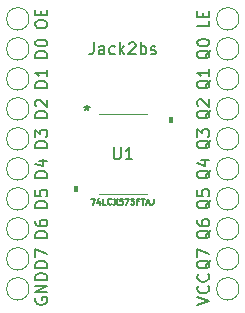
<source format=gbr>
%TF.GenerationSoftware,KiCad,Pcbnew,(5.1.10)-1*%
%TF.CreationDate,2022-01-04T20:30:03-05:00*%
%TF.ProjectId,LatchTest,4c617463-6854-4657-9374-2e6b69636164,rev?*%
%TF.SameCoordinates,Original*%
%TF.FileFunction,Legend,Top*%
%TF.FilePolarity,Positive*%
%FSLAX46Y46*%
G04 Gerber Fmt 4.6, Leading zero omitted, Abs format (unit mm)*
G04 Created by KiCad (PCBNEW (5.1.10)-1) date 2022-01-04 20:30:03*
%MOMM*%
%LPD*%
G01*
G04 APERTURE LIST*
%ADD10C,0.150000*%
%ADD11C,0.120000*%
%ADD12C,0.100000*%
%ADD13C,0.127000*%
G04 APERTURE END LIST*
D10*
X94043809Y-65492380D02*
X94043809Y-66206666D01*
X93996190Y-66349523D01*
X93900952Y-66444761D01*
X93758095Y-66492380D01*
X93662857Y-66492380D01*
X94948571Y-66492380D02*
X94948571Y-65968571D01*
X94900952Y-65873333D01*
X94805714Y-65825714D01*
X94615238Y-65825714D01*
X94520000Y-65873333D01*
X94948571Y-66444761D02*
X94853333Y-66492380D01*
X94615238Y-66492380D01*
X94520000Y-66444761D01*
X94472380Y-66349523D01*
X94472380Y-66254285D01*
X94520000Y-66159047D01*
X94615238Y-66111428D01*
X94853333Y-66111428D01*
X94948571Y-66063809D01*
X95853333Y-66444761D02*
X95758095Y-66492380D01*
X95567619Y-66492380D01*
X95472380Y-66444761D01*
X95424761Y-66397142D01*
X95377142Y-66301904D01*
X95377142Y-66016190D01*
X95424761Y-65920952D01*
X95472380Y-65873333D01*
X95567619Y-65825714D01*
X95758095Y-65825714D01*
X95853333Y-65873333D01*
X96281904Y-66492380D02*
X96281904Y-65492380D01*
X96377142Y-66111428D02*
X96662857Y-66492380D01*
X96662857Y-65825714D02*
X96281904Y-66206666D01*
X97043809Y-65587619D02*
X97091428Y-65540000D01*
X97186666Y-65492380D01*
X97424761Y-65492380D01*
X97520000Y-65540000D01*
X97567619Y-65587619D01*
X97615238Y-65682857D01*
X97615238Y-65778095D01*
X97567619Y-65920952D01*
X96996190Y-66492380D01*
X97615238Y-66492380D01*
X98043809Y-66492380D02*
X98043809Y-65492380D01*
X98043809Y-65873333D02*
X98139047Y-65825714D01*
X98329523Y-65825714D01*
X98424761Y-65873333D01*
X98472380Y-65920952D01*
X98520000Y-66016190D01*
X98520000Y-66301904D01*
X98472380Y-66397142D01*
X98424761Y-66444761D01*
X98329523Y-66492380D01*
X98139047Y-66492380D01*
X98043809Y-66444761D01*
X98900952Y-66444761D02*
X98996190Y-66492380D01*
X99186666Y-66492380D01*
X99281904Y-66444761D01*
X99329523Y-66349523D01*
X99329523Y-66301904D01*
X99281904Y-66206666D01*
X99186666Y-66159047D01*
X99043809Y-66159047D01*
X98948571Y-66111428D01*
X98900952Y-66016190D01*
X98900952Y-65968571D01*
X98948571Y-65873333D01*
X99043809Y-65825714D01*
X99186666Y-65825714D01*
X99281904Y-65873333D01*
D11*
%TO.C,D1*%
X88580000Y-68580000D02*
G75*
G03*
X88580000Y-68580000I-950000J0D01*
G01*
D12*
%TO.C,U1*%
G36*
X100679999Y-71814502D02*
G01*
X100679999Y-72195502D01*
X100425999Y-72195502D01*
X100425999Y-71814502D01*
X100679999Y-71814502D01*
G37*
X100679999Y-71814502D02*
X100679999Y-72195502D01*
X100425999Y-72195502D01*
X100425999Y-71814502D01*
X100679999Y-71814502D01*
G36*
X92360001Y-77664498D02*
G01*
X92360001Y-78045498D01*
X92614001Y-78045498D01*
X92614001Y-77664498D01*
X92360001Y-77664498D01*
G37*
X92360001Y-77664498D02*
X92360001Y-78045498D01*
X92614001Y-78045498D01*
X92614001Y-77664498D01*
X92360001Y-77664498D01*
D11*
X98530956Y-71551800D02*
X94509048Y-71551800D01*
X94509044Y-78308200D02*
X98530952Y-78308200D01*
%TO.C,LE*%
X106360000Y-63500000D02*
G75*
G03*
X106360000Y-63500000I-950000J0D01*
G01*
%TO.C,GND*%
X88580000Y-86360000D02*
G75*
G03*
X88580000Y-86360000I-950000J0D01*
G01*
%TO.C,OE*%
X88580000Y-63500000D02*
G75*
G03*
X88580000Y-63500000I-950000J0D01*
G01*
%TO.C,VCC*%
X106360000Y-86360000D02*
G75*
G03*
X106360000Y-86360000I-950000J0D01*
G01*
%TO.C,Q7*%
X106360000Y-83820000D02*
G75*
G03*
X106360000Y-83820000I-950000J0D01*
G01*
%TO.C,Q6*%
X106360000Y-81280000D02*
G75*
G03*
X106360000Y-81280000I-950000J0D01*
G01*
%TO.C,Q5*%
X106360000Y-78740000D02*
G75*
G03*
X106360000Y-78740000I-950000J0D01*
G01*
%TO.C,Q4*%
X106360000Y-76200000D02*
G75*
G03*
X106360000Y-76200000I-950000J0D01*
G01*
%TO.C,Q3*%
X106360000Y-73660000D02*
G75*
G03*
X106360000Y-73660000I-950000J0D01*
G01*
%TO.C,Q2*%
X106360000Y-71120000D02*
G75*
G03*
X106360000Y-71120000I-950000J0D01*
G01*
%TO.C,Q1*%
X106360000Y-68580000D02*
G75*
G03*
X106360000Y-68580000I-950000J0D01*
G01*
%TO.C,Q0*%
X106360000Y-66040000D02*
G75*
G03*
X106360000Y-66040000I-950000J0D01*
G01*
%TO.C,D7*%
X88580000Y-83820000D02*
G75*
G03*
X88580000Y-83820000I-950000J0D01*
G01*
%TO.C,D6*%
X88580000Y-81280000D02*
G75*
G03*
X88580000Y-81280000I-950000J0D01*
G01*
%TO.C,D5*%
X88580000Y-78740000D02*
G75*
G03*
X88580000Y-78740000I-950000J0D01*
G01*
%TO.C,D4*%
X88580000Y-76200000D02*
G75*
G03*
X88580000Y-76200000I-950000J0D01*
G01*
%TO.C,D3*%
X88580000Y-73660000D02*
G75*
G03*
X88580000Y-73660000I-950000J0D01*
G01*
%TO.C,D2*%
X88580000Y-71120000D02*
G75*
G03*
X88580000Y-71120000I-950000J0D01*
G01*
%TO.C,D0*%
X88580000Y-66040000D02*
G75*
G03*
X88580000Y-66040000I-950000J0D01*
G01*
%TO.C,D1*%
D10*
X90114380Y-69318095D02*
X89114380Y-69318095D01*
X89114380Y-69080000D01*
X89162000Y-68937142D01*
X89257238Y-68841904D01*
X89352476Y-68794285D01*
X89542952Y-68746666D01*
X89685809Y-68746666D01*
X89876285Y-68794285D01*
X89971523Y-68841904D01*
X90066761Y-68937142D01*
X90114380Y-69080000D01*
X90114380Y-69318095D01*
X90114380Y-67794285D02*
X90114380Y-68365714D01*
X90114380Y-68080000D02*
X89114380Y-68080000D01*
X89257238Y-68175238D01*
X89352476Y-68270476D01*
X89400095Y-68365714D01*
%TO.C,U1*%
X95758095Y-74382380D02*
X95758095Y-75191904D01*
X95805714Y-75287142D01*
X95853333Y-75334761D01*
X95948571Y-75382380D01*
X96139047Y-75382380D01*
X96234285Y-75334761D01*
X96281904Y-75287142D01*
X96329523Y-75191904D01*
X96329523Y-74382380D01*
X97329523Y-75382380D02*
X96758095Y-75382380D01*
X97043809Y-75382380D02*
X97043809Y-74382380D01*
X96948571Y-74525238D01*
X96853333Y-74620476D01*
X96758095Y-74668095D01*
D13*
X93859047Y-78715809D02*
X94197714Y-78715809D01*
X93980000Y-79223809D01*
X94608952Y-78885142D02*
X94608952Y-79223809D01*
X94488000Y-78691619D02*
X94367047Y-79054476D01*
X94681523Y-79054476D01*
X95116952Y-79223809D02*
X94875047Y-79223809D01*
X94875047Y-78715809D01*
X95576571Y-79175428D02*
X95552380Y-79199619D01*
X95479809Y-79223809D01*
X95431428Y-79223809D01*
X95358857Y-79199619D01*
X95310476Y-79151238D01*
X95286285Y-79102857D01*
X95262095Y-79006095D01*
X95262095Y-78933523D01*
X95286285Y-78836761D01*
X95310476Y-78788380D01*
X95358857Y-78740000D01*
X95431428Y-78715809D01*
X95479809Y-78715809D01*
X95552380Y-78740000D01*
X95576571Y-78764190D01*
X95745904Y-78715809D02*
X96084571Y-79223809D01*
X96084571Y-78715809D02*
X95745904Y-79223809D01*
X96520000Y-78715809D02*
X96278095Y-78715809D01*
X96253904Y-78957714D01*
X96278095Y-78933523D01*
X96326476Y-78909333D01*
X96447428Y-78909333D01*
X96495809Y-78933523D01*
X96520000Y-78957714D01*
X96544190Y-79006095D01*
X96544190Y-79127047D01*
X96520000Y-79175428D01*
X96495809Y-79199619D01*
X96447428Y-79223809D01*
X96326476Y-79223809D01*
X96278095Y-79199619D01*
X96253904Y-79175428D01*
X96713523Y-78715809D02*
X97052190Y-78715809D01*
X96834476Y-79223809D01*
X97197333Y-78715809D02*
X97511809Y-78715809D01*
X97342476Y-78909333D01*
X97415047Y-78909333D01*
X97463428Y-78933523D01*
X97487619Y-78957714D01*
X97511809Y-79006095D01*
X97511809Y-79127047D01*
X97487619Y-79175428D01*
X97463428Y-79199619D01*
X97415047Y-79223809D01*
X97269904Y-79223809D01*
X97221523Y-79199619D01*
X97197333Y-79175428D01*
X97898857Y-78957714D02*
X97729523Y-78957714D01*
X97729523Y-79223809D02*
X97729523Y-78715809D01*
X97971428Y-78715809D01*
X98092380Y-78715809D02*
X98382666Y-78715809D01*
X98237523Y-79223809D02*
X98237523Y-78715809D01*
X98527809Y-79078666D02*
X98769714Y-79078666D01*
X98479428Y-79223809D02*
X98648761Y-78715809D01*
X98818095Y-79223809D01*
X99132571Y-78715809D02*
X99132571Y-79078666D01*
X99108380Y-79151238D01*
X99060000Y-79199619D01*
X98987428Y-79223809D01*
X98939047Y-79223809D01*
D10*
X93472000Y-70826380D02*
X93472000Y-71064476D01*
X93233904Y-70969238D02*
X93472000Y-71064476D01*
X93710095Y-70969238D01*
X93329142Y-71254952D02*
X93472000Y-71064476D01*
X93614857Y-71254952D01*
X93472000Y-70826380D02*
X93472000Y-71064476D01*
X93233904Y-70969238D02*
X93472000Y-71064476D01*
X93710095Y-70969238D01*
X93329142Y-71254952D02*
X93472000Y-71064476D01*
X93614857Y-71254952D01*
%TO.C,LE*%
X103830380Y-63642857D02*
X103830380Y-64119047D01*
X102830380Y-64119047D01*
X103306571Y-63309523D02*
X103306571Y-62976190D01*
X103830380Y-62833333D02*
X103830380Y-63309523D01*
X102830380Y-63309523D01*
X102830380Y-62833333D01*
%TO.C,GND*%
X89162000Y-87121904D02*
X89114380Y-87217142D01*
X89114380Y-87360000D01*
X89162000Y-87502857D01*
X89257238Y-87598095D01*
X89352476Y-87645714D01*
X89542952Y-87693333D01*
X89685809Y-87693333D01*
X89876285Y-87645714D01*
X89971523Y-87598095D01*
X90066761Y-87502857D01*
X90114380Y-87360000D01*
X90114380Y-87264761D01*
X90066761Y-87121904D01*
X90019142Y-87074285D01*
X89685809Y-87074285D01*
X89685809Y-87264761D01*
X90114380Y-86645714D02*
X89114380Y-86645714D01*
X90114380Y-86074285D01*
X89114380Y-86074285D01*
X90114380Y-85598095D02*
X89114380Y-85598095D01*
X89114380Y-85360000D01*
X89162000Y-85217142D01*
X89257238Y-85121904D01*
X89352476Y-85074285D01*
X89542952Y-85026666D01*
X89685809Y-85026666D01*
X89876285Y-85074285D01*
X89971523Y-85121904D01*
X90066761Y-85217142D01*
X90114380Y-85360000D01*
X90114380Y-85598095D01*
%TO.C,OE*%
X89114380Y-64047619D02*
X89114380Y-63857142D01*
X89162000Y-63761904D01*
X89257238Y-63666666D01*
X89447714Y-63619047D01*
X89781047Y-63619047D01*
X89971523Y-63666666D01*
X90066761Y-63761904D01*
X90114380Y-63857142D01*
X90114380Y-64047619D01*
X90066761Y-64142857D01*
X89971523Y-64238095D01*
X89781047Y-64285714D01*
X89447714Y-64285714D01*
X89257238Y-64238095D01*
X89162000Y-64142857D01*
X89114380Y-64047619D01*
X89590571Y-63190476D02*
X89590571Y-62857142D01*
X90114380Y-62714285D02*
X90114380Y-63190476D01*
X89114380Y-63190476D01*
X89114380Y-62714285D01*
%TO.C,VCC*%
X102830380Y-87693333D02*
X103830380Y-87360000D01*
X102830380Y-87026666D01*
X103735142Y-86121904D02*
X103782761Y-86169523D01*
X103830380Y-86312380D01*
X103830380Y-86407619D01*
X103782761Y-86550476D01*
X103687523Y-86645714D01*
X103592285Y-86693333D01*
X103401809Y-86740952D01*
X103258952Y-86740952D01*
X103068476Y-86693333D01*
X102973238Y-86645714D01*
X102878000Y-86550476D01*
X102830380Y-86407619D01*
X102830380Y-86312380D01*
X102878000Y-86169523D01*
X102925619Y-86121904D01*
X103735142Y-85121904D02*
X103782761Y-85169523D01*
X103830380Y-85312380D01*
X103830380Y-85407619D01*
X103782761Y-85550476D01*
X103687523Y-85645714D01*
X103592285Y-85693333D01*
X103401809Y-85740952D01*
X103258952Y-85740952D01*
X103068476Y-85693333D01*
X102973238Y-85645714D01*
X102878000Y-85550476D01*
X102830380Y-85407619D01*
X102830380Y-85312380D01*
X102878000Y-85169523D01*
X102925619Y-85121904D01*
%TO.C,Q7*%
X103925619Y-83915238D02*
X103878000Y-84010476D01*
X103782761Y-84105714D01*
X103639904Y-84248571D01*
X103592285Y-84343809D01*
X103592285Y-84439047D01*
X103830380Y-84391428D02*
X103782761Y-84486666D01*
X103687523Y-84581904D01*
X103497047Y-84629523D01*
X103163714Y-84629523D01*
X102973238Y-84581904D01*
X102878000Y-84486666D01*
X102830380Y-84391428D01*
X102830380Y-84200952D01*
X102878000Y-84105714D01*
X102973238Y-84010476D01*
X103163714Y-83962857D01*
X103497047Y-83962857D01*
X103687523Y-84010476D01*
X103782761Y-84105714D01*
X103830380Y-84200952D01*
X103830380Y-84391428D01*
X102830380Y-83629523D02*
X102830380Y-82962857D01*
X103830380Y-83391428D01*
%TO.C,Q6*%
X103925619Y-81375238D02*
X103878000Y-81470476D01*
X103782761Y-81565714D01*
X103639904Y-81708571D01*
X103592285Y-81803809D01*
X103592285Y-81899047D01*
X103830380Y-81851428D02*
X103782761Y-81946666D01*
X103687523Y-82041904D01*
X103497047Y-82089523D01*
X103163714Y-82089523D01*
X102973238Y-82041904D01*
X102878000Y-81946666D01*
X102830380Y-81851428D01*
X102830380Y-81660952D01*
X102878000Y-81565714D01*
X102973238Y-81470476D01*
X103163714Y-81422857D01*
X103497047Y-81422857D01*
X103687523Y-81470476D01*
X103782761Y-81565714D01*
X103830380Y-81660952D01*
X103830380Y-81851428D01*
X102830380Y-80565714D02*
X102830380Y-80756190D01*
X102878000Y-80851428D01*
X102925619Y-80899047D01*
X103068476Y-80994285D01*
X103258952Y-81041904D01*
X103639904Y-81041904D01*
X103735142Y-80994285D01*
X103782761Y-80946666D01*
X103830380Y-80851428D01*
X103830380Y-80660952D01*
X103782761Y-80565714D01*
X103735142Y-80518095D01*
X103639904Y-80470476D01*
X103401809Y-80470476D01*
X103306571Y-80518095D01*
X103258952Y-80565714D01*
X103211333Y-80660952D01*
X103211333Y-80851428D01*
X103258952Y-80946666D01*
X103306571Y-80994285D01*
X103401809Y-81041904D01*
%TO.C,Q5*%
X103925619Y-78835238D02*
X103878000Y-78930476D01*
X103782761Y-79025714D01*
X103639904Y-79168571D01*
X103592285Y-79263809D01*
X103592285Y-79359047D01*
X103830380Y-79311428D02*
X103782761Y-79406666D01*
X103687523Y-79501904D01*
X103497047Y-79549523D01*
X103163714Y-79549523D01*
X102973238Y-79501904D01*
X102878000Y-79406666D01*
X102830380Y-79311428D01*
X102830380Y-79120952D01*
X102878000Y-79025714D01*
X102973238Y-78930476D01*
X103163714Y-78882857D01*
X103497047Y-78882857D01*
X103687523Y-78930476D01*
X103782761Y-79025714D01*
X103830380Y-79120952D01*
X103830380Y-79311428D01*
X102830380Y-77978095D02*
X102830380Y-78454285D01*
X103306571Y-78501904D01*
X103258952Y-78454285D01*
X103211333Y-78359047D01*
X103211333Y-78120952D01*
X103258952Y-78025714D01*
X103306571Y-77978095D01*
X103401809Y-77930476D01*
X103639904Y-77930476D01*
X103735142Y-77978095D01*
X103782761Y-78025714D01*
X103830380Y-78120952D01*
X103830380Y-78359047D01*
X103782761Y-78454285D01*
X103735142Y-78501904D01*
%TO.C,Q4*%
X103925619Y-76295238D02*
X103878000Y-76390476D01*
X103782761Y-76485714D01*
X103639904Y-76628571D01*
X103592285Y-76723809D01*
X103592285Y-76819047D01*
X103830380Y-76771428D02*
X103782761Y-76866666D01*
X103687523Y-76961904D01*
X103497047Y-77009523D01*
X103163714Y-77009523D01*
X102973238Y-76961904D01*
X102878000Y-76866666D01*
X102830380Y-76771428D01*
X102830380Y-76580952D01*
X102878000Y-76485714D01*
X102973238Y-76390476D01*
X103163714Y-76342857D01*
X103497047Y-76342857D01*
X103687523Y-76390476D01*
X103782761Y-76485714D01*
X103830380Y-76580952D01*
X103830380Y-76771428D01*
X103163714Y-75485714D02*
X103830380Y-75485714D01*
X102782761Y-75723809D02*
X103497047Y-75961904D01*
X103497047Y-75342857D01*
%TO.C,Q3*%
X103925619Y-73755238D02*
X103878000Y-73850476D01*
X103782761Y-73945714D01*
X103639904Y-74088571D01*
X103592285Y-74183809D01*
X103592285Y-74279047D01*
X103830380Y-74231428D02*
X103782761Y-74326666D01*
X103687523Y-74421904D01*
X103497047Y-74469523D01*
X103163714Y-74469523D01*
X102973238Y-74421904D01*
X102878000Y-74326666D01*
X102830380Y-74231428D01*
X102830380Y-74040952D01*
X102878000Y-73945714D01*
X102973238Y-73850476D01*
X103163714Y-73802857D01*
X103497047Y-73802857D01*
X103687523Y-73850476D01*
X103782761Y-73945714D01*
X103830380Y-74040952D01*
X103830380Y-74231428D01*
X102830380Y-73469523D02*
X102830380Y-72850476D01*
X103211333Y-73183809D01*
X103211333Y-73040952D01*
X103258952Y-72945714D01*
X103306571Y-72898095D01*
X103401809Y-72850476D01*
X103639904Y-72850476D01*
X103735142Y-72898095D01*
X103782761Y-72945714D01*
X103830380Y-73040952D01*
X103830380Y-73326666D01*
X103782761Y-73421904D01*
X103735142Y-73469523D01*
%TO.C,Q2*%
X103925619Y-71215238D02*
X103878000Y-71310476D01*
X103782761Y-71405714D01*
X103639904Y-71548571D01*
X103592285Y-71643809D01*
X103592285Y-71739047D01*
X103830380Y-71691428D02*
X103782761Y-71786666D01*
X103687523Y-71881904D01*
X103497047Y-71929523D01*
X103163714Y-71929523D01*
X102973238Y-71881904D01*
X102878000Y-71786666D01*
X102830380Y-71691428D01*
X102830380Y-71500952D01*
X102878000Y-71405714D01*
X102973238Y-71310476D01*
X103163714Y-71262857D01*
X103497047Y-71262857D01*
X103687523Y-71310476D01*
X103782761Y-71405714D01*
X103830380Y-71500952D01*
X103830380Y-71691428D01*
X102925619Y-70881904D02*
X102878000Y-70834285D01*
X102830380Y-70739047D01*
X102830380Y-70500952D01*
X102878000Y-70405714D01*
X102925619Y-70358095D01*
X103020857Y-70310476D01*
X103116095Y-70310476D01*
X103258952Y-70358095D01*
X103830380Y-70929523D01*
X103830380Y-70310476D01*
%TO.C,Q1*%
X103925619Y-68675238D02*
X103878000Y-68770476D01*
X103782761Y-68865714D01*
X103639904Y-69008571D01*
X103592285Y-69103809D01*
X103592285Y-69199047D01*
X103830380Y-69151428D02*
X103782761Y-69246666D01*
X103687523Y-69341904D01*
X103497047Y-69389523D01*
X103163714Y-69389523D01*
X102973238Y-69341904D01*
X102878000Y-69246666D01*
X102830380Y-69151428D01*
X102830380Y-68960952D01*
X102878000Y-68865714D01*
X102973238Y-68770476D01*
X103163714Y-68722857D01*
X103497047Y-68722857D01*
X103687523Y-68770476D01*
X103782761Y-68865714D01*
X103830380Y-68960952D01*
X103830380Y-69151428D01*
X103830380Y-67770476D02*
X103830380Y-68341904D01*
X103830380Y-68056190D02*
X102830380Y-68056190D01*
X102973238Y-68151428D01*
X103068476Y-68246666D01*
X103116095Y-68341904D01*
%TO.C,Q0*%
X103925619Y-66135238D02*
X103878000Y-66230476D01*
X103782761Y-66325714D01*
X103639904Y-66468571D01*
X103592285Y-66563809D01*
X103592285Y-66659047D01*
X103830380Y-66611428D02*
X103782761Y-66706666D01*
X103687523Y-66801904D01*
X103497047Y-66849523D01*
X103163714Y-66849523D01*
X102973238Y-66801904D01*
X102878000Y-66706666D01*
X102830380Y-66611428D01*
X102830380Y-66420952D01*
X102878000Y-66325714D01*
X102973238Y-66230476D01*
X103163714Y-66182857D01*
X103497047Y-66182857D01*
X103687523Y-66230476D01*
X103782761Y-66325714D01*
X103830380Y-66420952D01*
X103830380Y-66611428D01*
X102830380Y-65563809D02*
X102830380Y-65468571D01*
X102878000Y-65373333D01*
X102925619Y-65325714D01*
X103020857Y-65278095D01*
X103211333Y-65230476D01*
X103449428Y-65230476D01*
X103639904Y-65278095D01*
X103735142Y-65325714D01*
X103782761Y-65373333D01*
X103830380Y-65468571D01*
X103830380Y-65563809D01*
X103782761Y-65659047D01*
X103735142Y-65706666D01*
X103639904Y-65754285D01*
X103449428Y-65801904D01*
X103211333Y-65801904D01*
X103020857Y-65754285D01*
X102925619Y-65706666D01*
X102878000Y-65659047D01*
X102830380Y-65563809D01*
%TO.C,D7*%
X90114380Y-84558095D02*
X89114380Y-84558095D01*
X89114380Y-84320000D01*
X89162000Y-84177142D01*
X89257238Y-84081904D01*
X89352476Y-84034285D01*
X89542952Y-83986666D01*
X89685809Y-83986666D01*
X89876285Y-84034285D01*
X89971523Y-84081904D01*
X90066761Y-84177142D01*
X90114380Y-84320000D01*
X90114380Y-84558095D01*
X89114380Y-83653333D02*
X89114380Y-82986666D01*
X90114380Y-83415238D01*
%TO.C,D6*%
X90114380Y-82018095D02*
X89114380Y-82018095D01*
X89114380Y-81780000D01*
X89162000Y-81637142D01*
X89257238Y-81541904D01*
X89352476Y-81494285D01*
X89542952Y-81446666D01*
X89685809Y-81446666D01*
X89876285Y-81494285D01*
X89971523Y-81541904D01*
X90066761Y-81637142D01*
X90114380Y-81780000D01*
X90114380Y-82018095D01*
X89114380Y-80589523D02*
X89114380Y-80780000D01*
X89162000Y-80875238D01*
X89209619Y-80922857D01*
X89352476Y-81018095D01*
X89542952Y-81065714D01*
X89923904Y-81065714D01*
X90019142Y-81018095D01*
X90066761Y-80970476D01*
X90114380Y-80875238D01*
X90114380Y-80684761D01*
X90066761Y-80589523D01*
X90019142Y-80541904D01*
X89923904Y-80494285D01*
X89685809Y-80494285D01*
X89590571Y-80541904D01*
X89542952Y-80589523D01*
X89495333Y-80684761D01*
X89495333Y-80875238D01*
X89542952Y-80970476D01*
X89590571Y-81018095D01*
X89685809Y-81065714D01*
%TO.C,D5*%
X90114380Y-79478095D02*
X89114380Y-79478095D01*
X89114380Y-79240000D01*
X89162000Y-79097142D01*
X89257238Y-79001904D01*
X89352476Y-78954285D01*
X89542952Y-78906666D01*
X89685809Y-78906666D01*
X89876285Y-78954285D01*
X89971523Y-79001904D01*
X90066761Y-79097142D01*
X90114380Y-79240000D01*
X90114380Y-79478095D01*
X89114380Y-78001904D02*
X89114380Y-78478095D01*
X89590571Y-78525714D01*
X89542952Y-78478095D01*
X89495333Y-78382857D01*
X89495333Y-78144761D01*
X89542952Y-78049523D01*
X89590571Y-78001904D01*
X89685809Y-77954285D01*
X89923904Y-77954285D01*
X90019142Y-78001904D01*
X90066761Y-78049523D01*
X90114380Y-78144761D01*
X90114380Y-78382857D01*
X90066761Y-78478095D01*
X90019142Y-78525714D01*
%TO.C,D4*%
X90114380Y-76938095D02*
X89114380Y-76938095D01*
X89114380Y-76700000D01*
X89162000Y-76557142D01*
X89257238Y-76461904D01*
X89352476Y-76414285D01*
X89542952Y-76366666D01*
X89685809Y-76366666D01*
X89876285Y-76414285D01*
X89971523Y-76461904D01*
X90066761Y-76557142D01*
X90114380Y-76700000D01*
X90114380Y-76938095D01*
X89447714Y-75509523D02*
X90114380Y-75509523D01*
X89066761Y-75747619D02*
X89781047Y-75985714D01*
X89781047Y-75366666D01*
%TO.C,D3*%
X90114380Y-74398095D02*
X89114380Y-74398095D01*
X89114380Y-74160000D01*
X89162000Y-74017142D01*
X89257238Y-73921904D01*
X89352476Y-73874285D01*
X89542952Y-73826666D01*
X89685809Y-73826666D01*
X89876285Y-73874285D01*
X89971523Y-73921904D01*
X90066761Y-74017142D01*
X90114380Y-74160000D01*
X90114380Y-74398095D01*
X89114380Y-73493333D02*
X89114380Y-72874285D01*
X89495333Y-73207619D01*
X89495333Y-73064761D01*
X89542952Y-72969523D01*
X89590571Y-72921904D01*
X89685809Y-72874285D01*
X89923904Y-72874285D01*
X90019142Y-72921904D01*
X90066761Y-72969523D01*
X90114380Y-73064761D01*
X90114380Y-73350476D01*
X90066761Y-73445714D01*
X90019142Y-73493333D01*
%TO.C,D2*%
X90114380Y-71858095D02*
X89114380Y-71858095D01*
X89114380Y-71620000D01*
X89162000Y-71477142D01*
X89257238Y-71381904D01*
X89352476Y-71334285D01*
X89542952Y-71286666D01*
X89685809Y-71286666D01*
X89876285Y-71334285D01*
X89971523Y-71381904D01*
X90066761Y-71477142D01*
X90114380Y-71620000D01*
X90114380Y-71858095D01*
X89209619Y-70905714D02*
X89162000Y-70858095D01*
X89114380Y-70762857D01*
X89114380Y-70524761D01*
X89162000Y-70429523D01*
X89209619Y-70381904D01*
X89304857Y-70334285D01*
X89400095Y-70334285D01*
X89542952Y-70381904D01*
X90114380Y-70953333D01*
X90114380Y-70334285D01*
%TO.C,D0*%
X90114380Y-66778095D02*
X89114380Y-66778095D01*
X89114380Y-66540000D01*
X89162000Y-66397142D01*
X89257238Y-66301904D01*
X89352476Y-66254285D01*
X89542952Y-66206666D01*
X89685809Y-66206666D01*
X89876285Y-66254285D01*
X89971523Y-66301904D01*
X90066761Y-66397142D01*
X90114380Y-66540000D01*
X90114380Y-66778095D01*
X89114380Y-65587619D02*
X89114380Y-65492380D01*
X89162000Y-65397142D01*
X89209619Y-65349523D01*
X89304857Y-65301904D01*
X89495333Y-65254285D01*
X89733428Y-65254285D01*
X89923904Y-65301904D01*
X90019142Y-65349523D01*
X90066761Y-65397142D01*
X90114380Y-65492380D01*
X90114380Y-65587619D01*
X90066761Y-65682857D01*
X90019142Y-65730476D01*
X89923904Y-65778095D01*
X89733428Y-65825714D01*
X89495333Y-65825714D01*
X89304857Y-65778095D01*
X89209619Y-65730476D01*
X89162000Y-65682857D01*
X89114380Y-65587619D01*
%TD*%
M02*

</source>
